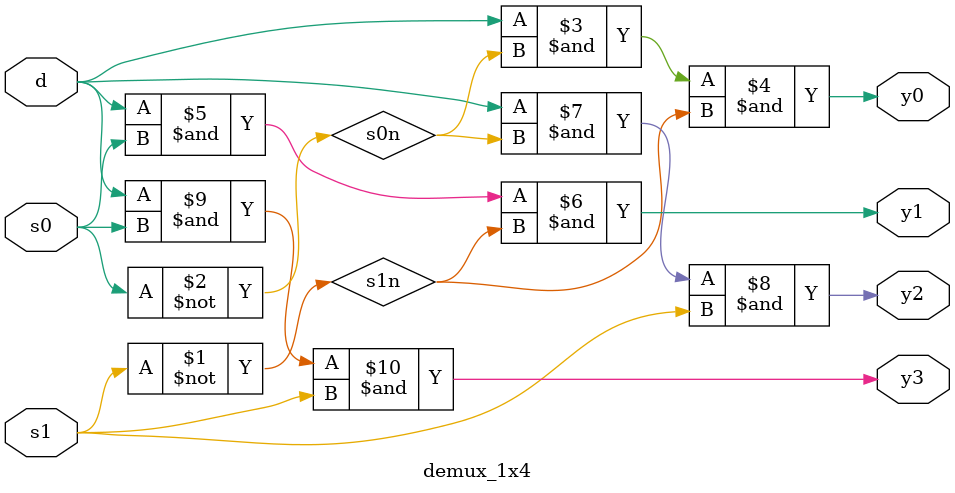
<source format=v>
`timescale 1ns / 1ps


module demux_1x4(
 input d,
    input s0,
    input s1,
    output y0,
    output y1,
    output y2,
    output y3
    );
assign s1n = ~ s1;
assign s0n = ~ s0;
assign y0 = d& s0n & s1n;
assign y1 = d & s0 & s1n;
assign y2 = d & s0n & s1;
assign y3 = d & s0 & s1;
endmodule


   

</source>
